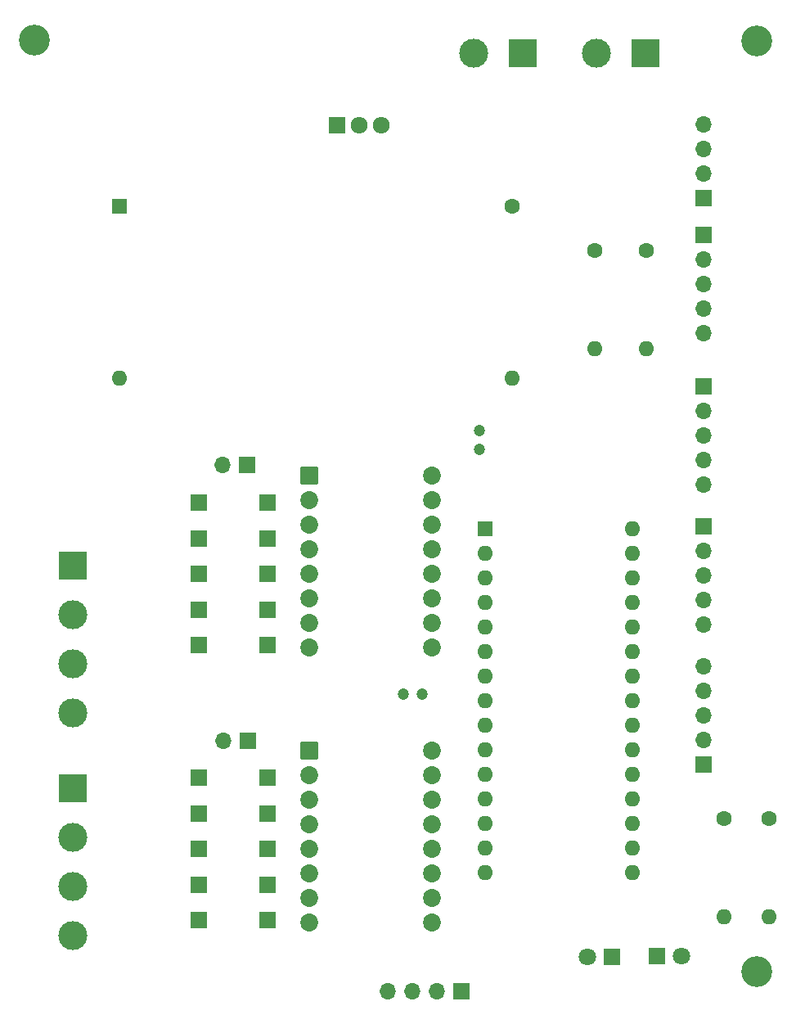
<source format=gbs>
G04 #@! TF.GenerationSoftware,KiCad,Pcbnew,7.0.8*
G04 #@! TF.CreationDate,2024-03-21T20:29:15-04:00*
G04 #@! TF.ProjectId,TechDevPCB,54656368-4465-4765-9043-422e6b696361,rev?*
G04 #@! TF.SameCoordinates,Original*
G04 #@! TF.FileFunction,Soldermask,Bot*
G04 #@! TF.FilePolarity,Negative*
%FSLAX46Y46*%
G04 Gerber Fmt 4.6, Leading zero omitted, Abs format (unit mm)*
G04 Created by KiCad (PCBNEW 7.0.8) date 2024-03-21 20:29:15*
%MOMM*%
%LPD*%
G01*
G04 APERTURE LIST*
G04 Aperture macros list*
%AMRoundRect*
0 Rectangle with rounded corners*
0 $1 Rounding radius*
0 $2 $3 $4 $5 $6 $7 $8 $9 X,Y pos of 4 corners*
0 Add a 4 corners polygon primitive as box body*
4,1,4,$2,$3,$4,$5,$6,$7,$8,$9,$2,$3,0*
0 Add four circle primitives for the rounded corners*
1,1,$1+$1,$2,$3*
1,1,$1+$1,$4,$5*
1,1,$1+$1,$6,$7*
1,1,$1+$1,$8,$9*
0 Add four rect primitives between the rounded corners*
20,1,$1+$1,$2,$3,$4,$5,0*
20,1,$1+$1,$4,$5,$6,$7,0*
20,1,$1+$1,$6,$7,$8,$9,0*
20,1,$1+$1,$8,$9,$2,$3,0*%
G04 Aperture macros list end*
%ADD10C,1.600000*%
%ADD11O,1.600000X1.600000*%
%ADD12R,1.700000X1.700000*%
%ADD13R,3.000000X3.000000*%
%ADD14C,3.000000*%
%ADD15O,1.700000X1.700000*%
%ADD16R,1.717500X1.800000*%
%ADD17O,1.717500X1.800000*%
%ADD18C,1.200000*%
%ADD19C,3.200000*%
%ADD20RoundRect,0.102000X-0.825000X-0.825000X0.825000X-0.825000X0.825000X0.825000X-0.825000X0.825000X0*%
%ADD21C,1.854000*%
%ADD22R,1.600000X1.600000*%
%ADD23R,1.800000X1.800000*%
%ADD24C,1.800000*%
G04 APERTURE END LIST*
D10*
X167640000Y-65049400D03*
D11*
X167640000Y-75209400D03*
D12*
X126669800Y-123317000D03*
D13*
X172897800Y-44704000D03*
D14*
X167817800Y-44704000D03*
D12*
X178866800Y-63500000D03*
D15*
X178866800Y-66040000D03*
X178866800Y-68580000D03*
X178866800Y-71120000D03*
X178866800Y-73660000D03*
D16*
X140970000Y-52120800D03*
D17*
X143260000Y-52120800D03*
X145550000Y-52120800D03*
D12*
X133781800Y-130683000D03*
D18*
X155702000Y-83667600D03*
X155702000Y-85667600D03*
D12*
X126669800Y-130683000D03*
X178866800Y-79121000D03*
D15*
X178866800Y-81661000D03*
X178866800Y-84201000D03*
X178866800Y-86741000D03*
X178866800Y-89281000D03*
D18*
X149783800Y-110998000D03*
X147783800Y-110998000D03*
D12*
X126669800Y-102235000D03*
D13*
X113614200Y-120726200D03*
D14*
X113614200Y-125806200D03*
X113614200Y-130886200D03*
X113614200Y-135966200D03*
D12*
X133781800Y-127000000D03*
X133781800Y-105918000D03*
X126669800Y-119634000D03*
X133781800Y-91186000D03*
X126669800Y-105918000D03*
X133781800Y-102235000D03*
X126669800Y-91186000D03*
X131749800Y-115824000D03*
D15*
X129209800Y-115824000D03*
D19*
X184404000Y-139659900D03*
X184378600Y-43383200D03*
D12*
X126669800Y-98552000D03*
D19*
X109615698Y-43270898D03*
D20*
X138099800Y-116840000D03*
D21*
X138099800Y-119380000D03*
X138099800Y-121920000D03*
X138099800Y-124460000D03*
X138099800Y-127000000D03*
X138099800Y-129540000D03*
X138099800Y-132080000D03*
X138099800Y-134620000D03*
X150799800Y-134620000D03*
X150799800Y-132080000D03*
X150799800Y-129540000D03*
X150799800Y-127000000D03*
X150799800Y-124460000D03*
X150799800Y-121920000D03*
X150799800Y-119380000D03*
X150799800Y-116840000D03*
D12*
X153787000Y-141706600D03*
D15*
X151247000Y-141706600D03*
X148707000Y-141706600D03*
X146167000Y-141706600D03*
D12*
X178866800Y-118237000D03*
D15*
X178866800Y-115697000D03*
X178866800Y-113157000D03*
X178866800Y-110617000D03*
X178866800Y-108077000D03*
D22*
X118392400Y-60539100D03*
D11*
X159032400Y-78319100D03*
X118392400Y-78319100D03*
D10*
X159032400Y-60539100D03*
D23*
X174015400Y-138049000D03*
D24*
X176555400Y-138049000D03*
D12*
X178866800Y-93599000D03*
D15*
X178866800Y-96139000D03*
X178866800Y-98679000D03*
X178866800Y-101219000D03*
X178866800Y-103759000D03*
D10*
X172923200Y-65100200D03*
D11*
X172923200Y-75260200D03*
D13*
X113563400Y-97637600D03*
D14*
X113563400Y-102717600D03*
X113563400Y-107797600D03*
X113563400Y-112877600D03*
D13*
X160197800Y-44704000D03*
D14*
X155117800Y-44704000D03*
D12*
X178866800Y-59690000D03*
D15*
X178866800Y-57150000D03*
X178866800Y-54610000D03*
X178866800Y-52070000D03*
D12*
X133781800Y-98552000D03*
X126669800Y-94869000D03*
D22*
X156260800Y-93853000D03*
D11*
X156260800Y-96393000D03*
X156260800Y-98933000D03*
X156260800Y-101473000D03*
X156260800Y-104013000D03*
X156260800Y-106553000D03*
X156260800Y-109093000D03*
X156260800Y-111633000D03*
X156260800Y-114173000D03*
X156260800Y-116713000D03*
X156260800Y-119253000D03*
X156260800Y-121793000D03*
X156260800Y-124333000D03*
X156260800Y-126873000D03*
X156260800Y-129413000D03*
X171500800Y-129413000D03*
X171500800Y-126873000D03*
X171500800Y-124333000D03*
X171500800Y-121793000D03*
X171500800Y-119253000D03*
X171500800Y-116713000D03*
X171500800Y-114173000D03*
X171500800Y-111633000D03*
X171500800Y-109093000D03*
X171500800Y-106553000D03*
X171500800Y-104013000D03*
X171500800Y-101473000D03*
X171500800Y-98933000D03*
X171500800Y-96393000D03*
X171500800Y-93853000D03*
D12*
X126669800Y-134366000D03*
D10*
X180975000Y-123850400D03*
D11*
X180975000Y-134010400D03*
D12*
X131622800Y-87249000D03*
D15*
X129082800Y-87249000D03*
D12*
X133781800Y-123317000D03*
X133781800Y-134366000D03*
D23*
X169392600Y-138176000D03*
D24*
X166852600Y-138176000D03*
D20*
X138099800Y-88392000D03*
D21*
X138099800Y-90932000D03*
X138099800Y-93472000D03*
X138099800Y-96012000D03*
X138099800Y-98552000D03*
X138099800Y-101092000D03*
X138099800Y-103632000D03*
X138099800Y-106172000D03*
X150799800Y-106172000D03*
X150799800Y-103632000D03*
X150799800Y-101092000D03*
X150799800Y-98552000D03*
X150799800Y-96012000D03*
X150799800Y-93472000D03*
X150799800Y-90932000D03*
X150799800Y-88392000D03*
D12*
X133781800Y-119634000D03*
D10*
X185674000Y-123799600D03*
D11*
X185674000Y-133959600D03*
D12*
X133781800Y-94869000D03*
X126669800Y-127000000D03*
M02*

</source>
